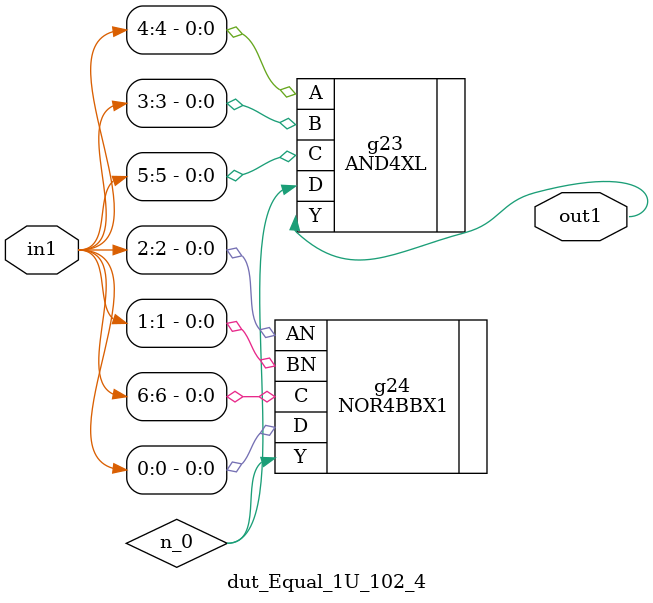
<source format=v>
`timescale 1ps / 1ps


module dut_Equal_1U_102_4(in1, out1);
  input [6:0] in1;
  output out1;
  wire [6:0] in1;
  wire out1;
  wire n_0;
  AND4XL g23(.A (in1[4]), .B (in1[3]), .C (in1[5]), .D (n_0), .Y
       (out1));
  NOR4BBX1 g24(.AN (in1[2]), .BN (in1[1]), .C (in1[6]), .D (in1[0]), .Y
       (n_0));
endmodule



</source>
